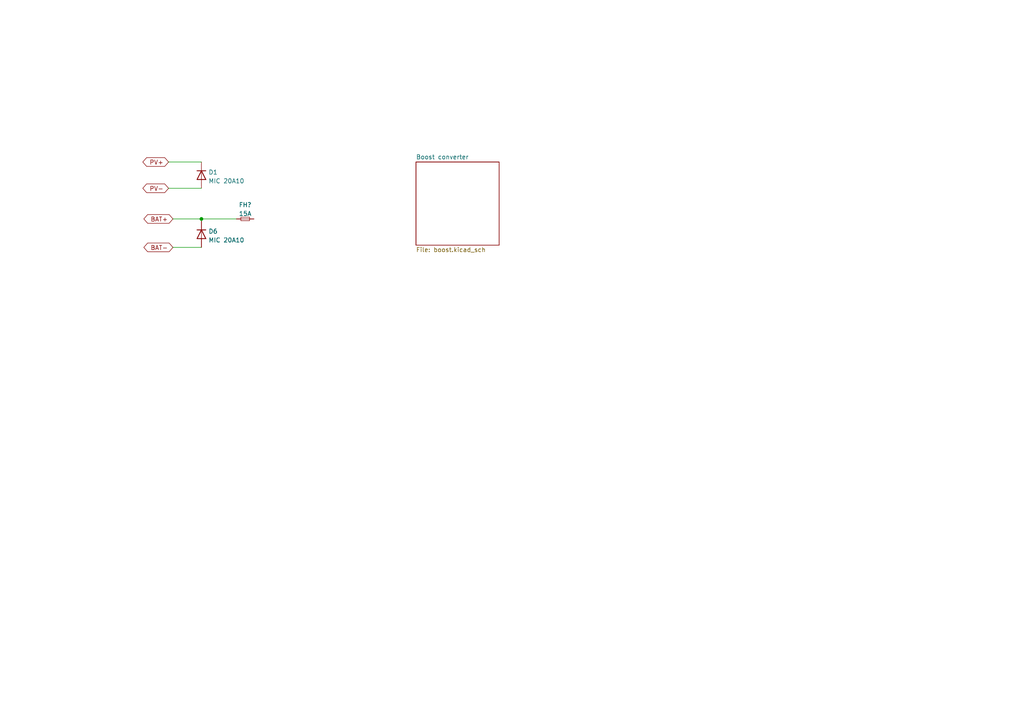
<source format=kicad_sch>
(kicad_sch (version 20211123) (generator eeschema)
  (paper "A4")
  (lib_symbols
    (symbol "Device:D" (pin_numbers hide) (pin_names (offset 1.016) hide)
      (property "Reference" "D" (at 0 2.54 0))
      (property "Value" "D" (at 0 -2.54 0))
      (symbol "D_0_1"
        (polyline (pts (xy -1.27 1.27) (xy -1.27 -1.27)) (stroke (width 0.254)))
        (polyline (pts (xy 1.27 0) (xy -1.27 0)))
        (polyline (pts (xy 1.27 1.27) (xy 1.27 -1.27) (xy -1.27 0) (xy 1.27 1.27)) (stroke (width 0.254)))
      )
      (symbol "D_1_1"
        (pin passive line (at -3.81 0 0) (length 2.54) (name "K") (number "1"))
        (pin passive line (at 3.81 0 180) (length 2.54) (name "A") (number "2"))
      )
    )
    (symbol "Device:Fuse_Small" (pin_numbers hide) (pin_names (offset 0.254) hide)
      (property "Reference" "F" (at 0 -1.524 0))
      (property "Value" "Fuse_Small" (at 0 1.524 0))
      (symbol "Fuse_Small_0_1"
        (rectangle (start -1.27 0.508) (end 1.27 -0.508))
        (polyline (pts (xy -1.27 0) (xy 1.27 0)))
      )
      (symbol "Fuse_Small_1_1"
        (pin passive line (at -2.54 0 0) (length 1.27) (name "~") (number "1"))
        (pin passive line (at 2.54 0 180) (length 1.27) (name "~") (number "2"))
      )
    )
  )
  (junction (at 58.42 63.5))
  (wire (pts (xy 48.895 54.61) (xy 58.42 54.61)))
  (wire (pts (xy 50.165 63.5) (xy 58.42 63.5)))
  (wire (pts (xy 58.42 63.5) (xy 58.42 64.135)))
  (wire (pts (xy 48.895 46.99) (xy 58.42 46.99)))
  (wire (pts (xy 58.42 63.5) (xy 68.58 63.5)))
  (wire (pts (xy 50.165 71.755) (xy 58.42 71.755)))
  (global_label "BAT+" (shape bidirectional) (at 50.165 63.5 180) (property "Intersheet References" "${INTERSHEET_REFS}" (effects hide)))
  (global_label "BAT-" (shape bidirectional) (at 50.165 71.755 180) (property "Intersheet References" "${INTERSHEET_REFS}" (effects hide)))
  (global_label "PV-" (shape bidirectional) (at 48.895 54.61 180) (property "Intersheet References" "${INTERSHEET_REFS}" (effects hide)))
  (global_label "PV+" (shape bidirectional) (at 48.895 46.99 180) (property "Intersheet References" "${INTERSHEET_REFS}" (effects hide)))
  (symbol (lib_id "Device:D") (at 58.42 50.8 270) (unit 1)
    (property "Reference" "D1" (at 60.452 49.9653 90) (effects (justify left)))
    (property "Value" "MIC 20A10" (at 60.452 52.5022 90) (effects (justify left)))
  )
  (symbol (lib_id "Device:D") (at 58.42 67.945 270) (unit 1)
    (property "Reference" "D6" (at 60.452 67.1103 90) (effects (justify left)))
    (property "Value" "MIC 20A10" (at 60.452 69.6472 90) (effects (justify left)))
  )
  (symbol (lib_id "Device:Fuse_Small") (at 71.12 63.5 0) (unit 1)
    (property "Reference" "FH?" (at 71.12 59.4192 0))
    (property "Value" "15A" (at 71.12 61.9561 0))
  )
  (sheet (at 120.65 46.99) (size 24.13 24.13) (stroke (width 0.1524))
    (property "Sheet name" "Boost converter" (at 120.65 46.2784 0) (effects (justify left bottom)))
    (property "Sheet file" "boost.kicad_sch" (at 120.65 71.7046 0) (effects (justify left top)))
  )
)
</source>
